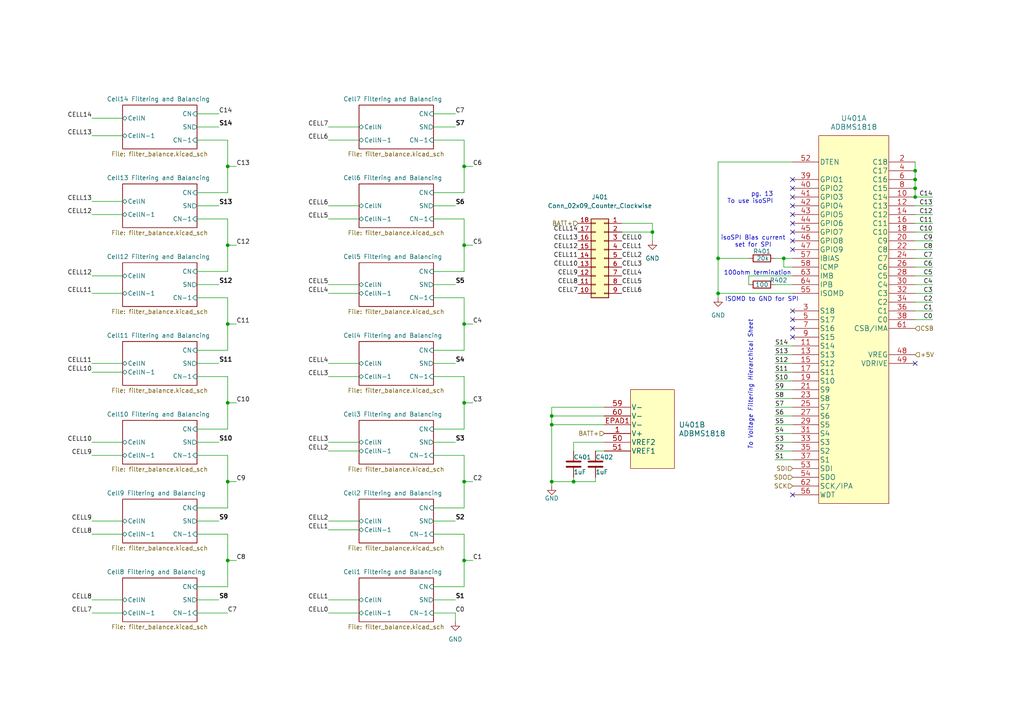
<source format=kicad_sch>
(kicad_sch (version 20250114) (generator "eeschema") (generator_version "9.0")
  (paper "A4")
  (lib_symbols
    (symbol "Connector_Generic:Conn_02x09_Counter_Clockwise" (pin_names (offset 1.016) (hide yes))
      (property "Reference" "J" (at 1.27 12.7 0))
      (property "Value" "Conn_02x09_Counter_Clockwise" (at 1.27 -12.7 0))
      (symbol "Conn_02x09_Counter_Clockwise_1_1"
        (rectangle (start -1.27 11.43) (end 3.81 -11.43) (stroke (width 0.254)) (fill (type background)))
        (rectangle (start -1.27 10.287) (end 0 10.033) (stroke (width 0.1524)))
        (rectangle (start -1.27 7.747) (end 0 7.493) (stroke (width 0.1524)))
        (rectangle (start -1.27 5.207) (end 0 4.953) (stroke (width 0.1524)))
        (rectangle (start -1.27 2.667) (end 0 2.413) (stroke (width 0.1524)))
        (rectangle (start -1.27 0.127) (end 0 -0.127) (stroke (width 0.1524)))
        (rectangle (start -1.27 -2.413) (end 0 -2.667) (stroke (width 0.1524)))
        (rectangle (start -1.27 -4.953) (end 0 -5.207) (stroke (width 0.1524)))
        (rectangle (start -1.27 -7.493) (end 0 -7.747) (stroke (width 0.1524)))
        (rectangle (start -1.27 -10.033) (end 0 -10.287) (stroke (width 0.1524)))
        (rectangle (start 3.81 10.287) (end 2.54 10.033) (stroke (width 0.1524)))
        (rectangle (start 3.81 7.747) (end 2.54 7.493) (stroke (width 0.1524)))
        (rectangle (start 3.81 5.207) (end 2.54 4.953) (stroke (width 0.1524)))
        (rectangle (start 3.81 2.667) (end 2.54 2.413) (stroke (width 0.1524)))
        (rectangle (start 3.81 0.127) (end 2.54 -0.127) (stroke (width 0.1524)))
        (rectangle (start 3.81 -2.413) (end 2.54 -2.667) (stroke (width 0.1524)))
        (rectangle (start 3.81 -4.953) (end 2.54 -5.207) (stroke (width 0.1524)))
        (rectangle (start 3.81 -7.493) (end 2.54 -7.747) (stroke (width 0.1524)))
        (rectangle (start 3.81 -10.033) (end 2.54 -10.287) (stroke (width 0.1524)))
        (pin passive line (at -5.08 10.16 0) (length 3.81) (name "Pin_1") (number "1"))
        (pin passive line (at -5.08 7.62 0) (length 3.81) (name "Pin_2") (number "2"))
        (pin passive line (at -5.08 5.08 0) (length 3.81) (name "Pin_3") (number "3"))
        (pin passive line (at -5.08 2.54 0) (length 3.81) (name "Pin_4") (number "4"))
        (pin passive line (at -5.08 0 0) (length 3.81) (name "Pin_5") (number "5"))
        (pin passive line (at -5.08 -2.54 0) (length 3.81) (name "Pin_6") (number "6"))
        (pin passive line (at -5.08 -5.08 0) (length 3.81) (name "Pin_7") (number "7"))
        (pin passive line (at -5.08 -7.62 0) (length 3.81) (name "Pin_8") (number "8"))
        (pin passive line (at -5.08 -10.16 0) (length 3.81) (name "Pin_9") (number "9"))
        (pin passive line (at 7.62 10.16 180) (length 3.81) (name "Pin_18") (number "18"))
        (pin passive line (at 7.62 7.62 180) (length 3.81) (name "Pin_17") (number "17"))
        (pin passive line (at 7.62 5.08 180) (length 3.81) (name "Pin_16") (number "16"))
        (pin passive line (at 7.62 2.54 180) (length 3.81) (name "Pin_15") (number "15"))
        (pin passive line (at 7.62 0 180) (length 3.81) (name "Pin_14") (number "14"))
        (pin passive line (at 7.62 -2.54 180) (length 3.81) (name "Pin_13") (number "13"))
        (pin passive line (at 7.62 -5.08 180) (length 3.81) (name "Pin_12") (number "12"))
        (pin passive line (at 7.62 -7.62 180) (length 3.81) (name "Pin_11") (number "11"))
        (pin passive line (at 7.62 -10.16 180) (length 3.81) (name "Pin_10") (number "10"))
      )
    )
    (symbol "Device:C" (pin_numbers (hide yes)) (pin_names (offset 0.254))
      (property "Reference" "C" (at 0.635 2.54 0))
      (property "Value" "C" (at 0.635 -2.54 0))
      (symbol "C_0_1"
        (polyline (pts (xy -2.032 0.762) (xy 2.032 0.762)) (stroke (width 0.508)))
        (polyline (pts (xy -2.032 -0.762) (xy 2.032 -0.762)) (stroke (width 0.508)))
      )
      (symbol "C_1_1"
        (pin passive line (at 0 3.81 270) (length 2.794) (name "~") (number "1"))
        (pin passive line (at 0 -3.81 90) (length 2.794) (name "~") (number "2"))
      )
    )
    (symbol "OEM:1KR" (pin_numbers (hide yes)) (pin_names (offset 0))
      (property "Reference" "R" (at 2.032 0 90))
      (property "Value" "1KR" (at 0 0 90))
      (symbol "1KR_0_1"
        (rectangle (start -1.016 -2.54) (end 1.016 2.54) (stroke (width 0.254)))
      )
      (symbol "1KR_1_1"
        (pin passive line (at 0 3.81 270) (length 1.27) (name "~") (number "1"))
        (pin passive line (at 0 -3.81 90) (length 1.27) (name "~") (number "2"))
      )
    )
    (symbol "OEM:ADBMS1818" (pin_names (offset 0.254))
      (property "Reference" "U" (at 0 44.45 0))
      (property "Value" "ADBMS1818" (at 0 41.91 0))
      (symbol "ADBMS1818_1_1"
        (rectangle (start -10.16 43.18) (end 10.16 -63.5) (fill (type background)))
        (pin unspecified line (at -17.78 35.56 0) (length 7.62) (name "DTEN") (number "52"))
        (pin unspecified line (at -17.78 30.48 0) (length 7.62) (name "GPIO1") (number "39"))
        (pin unspecified line (at -17.78 27.94 0) (length 7.62) (name "GPIO2") (number "40"))
        (pin unspecified line (at -17.78 25.4 0) (length 7.62) (name "GPIO3") (number "41"))
        (pin unspecified line (at -17.78 22.86 0) (length 7.62) (name "GPIO4") (number "42"))
        (pin unspecified line (at -17.78 20.32 0) (length 7.62) (name "GPIO5") (number "43"))
        (pin unspecified line (at -17.78 17.78 0) (length 7.62) (name "GPIO6") (number "44"))
        (pin unspecified line (at -17.78 15.24 0) (length 7.62) (name "GPIO7") (number "45"))
        (pin unspecified line (at -17.78 12.7 0) (length 7.62) (name "GPIO8") (number "46"))
        (pin unspecified line (at -17.78 10.16 0) (length 7.62) (name "GPIO9") (number "47"))
        (pin unspecified line (at -17.78 7.62 0) (length 7.62) (name "IBIAS") (number "57"))
        (pin unspecified line (at -17.78 5.08 0) (length 7.62) (name "ICMP") (number "58"))
        (pin unspecified line (at -17.78 2.54 0) (length 7.62) (name "IMB") (number "63"))
        (pin unspecified line (at -17.78 0 0) (length 7.62) (name "IPB") (number "64"))
        (pin unspecified line (at -17.78 -2.54 0) (length 7.62) (name "ISOMD") (number "55"))
        (pin unspecified line (at -17.78 -7.62 0) (length 7.62) (name "S18") (number "3"))
        (pin unspecified line (at -17.78 -10.16 0) (length 7.62) (name "S17") (number "5"))
        (pin unspecified line (at -17.78 -12.7 0) (length 7.62) (name "S16") (number "7"))
        (pin unspecified line (at -17.78 -15.24 0) (length 7.62) (name "S15") (number "9"))
        (pin unspecified line (at -17.78 -17.78 0) (length 7.62) (name "S14") (number "11"))
        (pin unspecified line (at -17.78 -20.32 0) (length 7.62) (name "S13") (number "13"))
        (pin unspecified line (at -17.78 -22.86 0) (length 7.62) (name "S12") (number "15"))
        (pin unspecified line (at -17.78 -25.4 0) (length 7.62) (name "S11") (number "17"))
        (pin unspecified line (at -17.78 -27.94 0) (length 7.62) (name "S10") (number "19"))
        (pin unspecified line (at -17.78 -30.48 0) (length 7.62) (name "S9") (number "21"))
        (pin unspecified line (at -17.78 -33.02 0) (length 7.62) (name "S8") (number "23"))
        (pin unspecified line (at -17.78 -35.56 0) (length 7.62) (name "S7") (number "25"))
        (pin unspecified line (at -17.78 -38.1 0) (length 7.62) (name "S6") (number "27"))
        (pin unspecified line (at -17.78 -40.64 0) (length 7.62) (name "S5") (number "29"))
        (pin unspecified line (at -17.78 -43.18 0) (length 7.62) (name "S4") (number "31"))
        (pin unspecified line (at -17.78 -45.72 0) (length 7.62) (name "S3") (number "33"))
        (pin unspecified line (at -17.78 -48.26 0) (length 7.62) (name "S2") (number "35"))
        (pin unspecified line (at -17.78 -50.8 0) (length 7.62) (name "S1") (number "37"))
        (pin unspecified line (at -17.78 -53.34 0) (length 7.62) (name "SDI") (number "53"))
        (pin unspecified line (at -17.78 -55.88 0) (length 7.62) (name "SDO") (number "54"))
        (pin unspecified line (at -17.78 -58.42 0) (length 7.62) (name "SCK/IPA") (number "62"))
        (pin unspecified line (at -17.78 -60.96 0) (length 7.62) (name "WDT") (number "56"))
        (pin unspecified line (at 17.78 35.56 180) (length 7.62) (name "C18") (number "2"))
        (pin unspecified line (at 17.78 33.02 180) (length 7.62) (name "C17") (number "4"))
        (pin unspecified line (at 17.78 30.48 180) (length 7.62) (name "C16") (number "6"))
        (pin unspecified line (at 17.78 27.94 180) (length 7.62) (name "C15") (number "8"))
        (pin unspecified line (at 17.78 25.4 180) (length 7.62) (name "C14") (number "10"))
        (pin unspecified line (at 17.78 22.86 180) (length 7.62) (name "C13") (number "12"))
        (pin unspecified line (at 17.78 20.32 180) (length 7.62) (name "C12") (number "14"))
        (pin unspecified line (at 17.78 17.78 180) (length 7.62) (name "C11") (number "16"))
        (pin unspecified line (at 17.78 15.24 180) (length 7.62) (name "C10") (number "18"))
        (pin unspecified line (at 17.78 12.7 180) (length 7.62) (name "C9") (number "20"))
        (pin unspecified line (at 17.78 10.16 180) (length 7.62) (name "C8") (number "22"))
        (pin unspecified line (at 17.78 7.62 180) (length 7.62) (name "C7") (number "24"))
        (pin unspecified line (at 17.78 5.08 180) (length 7.62) (name "C6") (number "26"))
        (pin unspecified line (at 17.78 2.54 180) (length 7.62) (name "C5") (number "28"))
        (pin unspecified line (at 17.78 0 180) (length 7.62) (name "C4") (number "30"))
        (pin unspecified line (at 17.78 -2.54 180) (length 7.62) (name "C3") (number "32"))
        (pin unspecified line (at 17.78 -5.08 180) (length 7.62) (name "C2") (number "34"))
        (pin unspecified line (at 17.78 -7.62 180) (length 7.62) (name "C1") (number "36"))
        (pin unspecified line (at 17.78 -10.16 180) (length 7.62) (name "C0") (number "38"))
        (pin unspecified line (at 17.78 -12.7 180) (length 7.62) (name "CSB/IMA") (number "61"))
        (pin unspecified line (at 17.78 -20.32 180) (length 7.62) (name "VREG") (number "48"))
        (pin unspecified line (at 17.78 -22.86 180) (length 7.62) (name "VDRIVE") (number "49"))
      )
      (symbol "ADBMS1818_2_1"
        (rectangle (start -6.35 10.16) (end 6.35 -12.7) (fill (type background)))
        (pin unspecified line (at -13.97 5.08 0) (length 7.62) (name "V-") (number "59"))
        (pin unspecified line (at -13.97 2.54 0) (length 7.62) (name "V-") (number "60"))
        (pin unspecified line (at -13.97 0 0) (length 7.62) (name "V-") (number "EPAD1"))
        (pin unspecified line (at -13.97 -2.54 0) (length 7.62) (name "V+") (number "1"))
        (pin unspecified line (at -13.97 -5.08 0) (length 7.62) (name "VREF2") (number "50"))
        (pin unspecified line (at -13.97 -7.62 0) (length 7.62) (name "VREF1") (number "51"))
      )
    )
    (symbol "power:GND" (power) (pin_names (offset 0))
      (property "Value" "GND" (at 0 -3.81 0))
      (symbol "GND_0_1"
        (polyline (pts (xy 0 0) (xy 0 -1.27) (xy 1.27 -1.27) (xy 0 -2.54) (xy -1.27 -1.27) (xy 0 -1.27)))
      )
      (symbol "GND_1_1"
        (pin power_in line (at 0 0 270) (length 0) (hide yes) (name "GND") (number "1"))
      )
    )
  )
  (text "100ohm termination" (at 219.71 79.248 0) (effects (font (size 1.27 1.27))))
  (text "pg. 13\nTo use isoSPI" (at 224.282 59.182 0) (effects (font (size 1.27 1.27)) (justify right bottom)))
  (text "ISOMD to GND for SPI" (at 220.98 86.868 0) (effects (font (size 1.27 1.27))))
  (text "isoSPI Bias current\nset for SPI" (at 218.44 70.104 0) (effects (font (size 1.27 1.27))))
  (text "To Voltage Filtering Hierarchical Sheet" (at 218.44 92.71 90) (effects (font (size 1.27 1.27) (italic yes)) (justify right bottom)))
  (junction (at 265.43 52.07))
  (junction (at 66.04 71.12))
  (junction (at 227.33 74.93))
  (junction (at 265.43 49.53))
  (junction (at 134.62 116.84))
  (junction (at 134.62 139.7))
  (junction (at 134.62 71.12))
  (junction (at 134.62 48.26))
  (junction (at 66.04 116.84))
  (junction (at 265.43 54.61))
  (junction (at 134.62 93.98))
  (junction (at 166.37 139.7))
  (junction (at 189.23 67.31))
  (junction (at 160.02 120.65))
  (junction (at 66.04 139.7))
  (junction (at 160.02 139.7))
  (junction (at 208.28 74.93))
  (junction (at 134.62 162.56))
  (junction (at 208.28 85.09))
  (junction (at 66.04 162.56))
  (junction (at 160.02 123.19))
  (junction (at 66.04 48.26))
  (junction (at 66.04 93.98))
  (junction (at 265.43 57.15))
  (no_connect (at 229.87 57.15))
  (no_connect (at 229.87 52.07))
  (no_connect (at 229.87 54.61))
  (no_connect (at 265.43 105.41))
  (no_connect (at 229.87 95.25))
  (no_connect (at 229.87 69.85))
  (no_connect (at 229.87 67.31))
  (no_connect (at 229.87 72.39))
  (no_connect (at 229.87 143.51))
  (no_connect (at 229.87 97.79))
  (no_connect (at 229.87 92.71))
  (no_connect (at 229.87 62.23))
  (no_connect (at 229.87 64.77))
  (no_connect (at 229.87 90.17))
  (no_connect (at 229.87 59.69))
  (wire (pts (xy 125.73 132.08) (xy 134.62 132.08)))
  (wire (pts (xy 137.16 48.26) (xy 134.62 48.26)))
  (wire (pts (xy 125.73 59.69) (xy 132.08 59.69)))
  (wire (pts (xy 270.51 85.09) (xy 265.43 85.09)))
  (wire (pts (xy 134.62 63.5) (xy 125.73 63.5)))
  (wire (pts (xy 104.14 128.27) (xy 95.25 128.27)))
  (wire (pts (xy 125.73 82.55) (xy 132.08 82.55)))
  (wire (pts (xy 160.02 118.11) (xy 160.02 120.65)))
  (wire (pts (xy 134.62 162.56) (xy 134.62 170.18)))
  (wire (pts (xy 125.73 128.27) (xy 132.08 128.27)))
  (wire (pts (xy 66.04 63.5) (xy 57.15 63.5)))
  (wire (pts (xy 160.02 139.7) (xy 160.02 123.19)))
  (wire (pts (xy 35.56 128.27) (xy 26.67 128.27)))
  (wire (pts (xy 224.79 130.81) (xy 229.87 130.81)))
  (wire (pts (xy 265.43 49.53) (xy 265.43 52.07)))
  (wire (pts (xy 125.73 147.32) (xy 134.62 147.32)))
  (wire (pts (xy 57.15 36.83) (xy 63.5 36.83)))
  (wire (pts (xy 66.04 86.36) (xy 57.15 86.36)))
  (wire (pts (xy 95.25 36.83) (xy 104.14 36.83)))
  (wire (pts (xy 125.73 170.18) (xy 134.62 170.18)))
  (wire (pts (xy 137.16 139.7) (xy 134.62 139.7)))
  (wire (pts (xy 134.62 154.94) (xy 125.73 154.94)))
  (wire (pts (xy 172.72 138.43) (xy 172.72 139.7)))
  (wire (pts (xy 66.04 154.94) (xy 57.15 154.94)))
  (wire (pts (xy 66.04 63.5) (xy 66.04 71.12)))
  (wire (pts (xy 57.15 132.08) (xy 66.04 132.08)))
  (wire (pts (xy 125.73 177.8) (xy 132.08 177.8)))
  (wire (pts (xy 104.14 82.55) (xy 95.25 82.55)))
  (wire (pts (xy 208.28 85.09) (xy 208.28 86.36)))
  (wire (pts (xy 134.62 63.5) (xy 134.62 71.12)))
  (wire (pts (xy 104.14 63.5) (xy 95.25 63.5)))
  (wire (pts (xy 224.79 74.93) (xy 227.33 74.93)))
  (wire (pts (xy 35.56 173.99) (xy 26.67 173.99)))
  (wire (pts (xy 160.02 120.65) (xy 175.26 120.65)))
  (wire (pts (xy 227.33 74.93) (xy 229.87 74.93)))
  (wire (pts (xy 57.15 82.55) (xy 63.5 82.55)))
  (wire (pts (xy 270.51 57.15) (xy 265.43 57.15)))
  (wire (pts (xy 57.15 173.99) (xy 63.5 173.99)))
  (wire (pts (xy 189.23 64.77) (xy 189.23 67.31)))
  (wire (pts (xy 208.28 46.99) (xy 208.28 74.93)))
  (wire (pts (xy 166.37 138.43) (xy 166.37 139.7)))
  (wire (pts (xy 104.14 85.09) (xy 95.25 85.09)))
  (wire (pts (xy 104.14 130.81) (xy 95.25 130.81)))
  (wire (pts (xy 125.73 78.74) (xy 134.62 78.74)))
  (wire (pts (xy 104.14 153.67) (xy 95.25 153.67)))
  (wire (pts (xy 224.79 125.73) (xy 229.87 125.73)))
  (wire (pts (xy 224.79 115.57) (xy 229.87 115.57)))
  (wire (pts (xy 66.04 154.94) (xy 66.04 162.56)))
  (wire (pts (xy 224.79 102.87) (xy 229.87 102.87)))
  (wire (pts (xy 134.62 93.98) (xy 134.62 101.6)))
  (wire (pts (xy 270.51 59.69) (xy 265.43 59.69)))
  (wire (pts (xy 134.62 40.64) (xy 125.73 40.64)))
  (wire (pts (xy 125.73 101.6) (xy 134.62 101.6)))
  (wire (pts (xy 270.51 69.85) (xy 265.43 69.85)))
  (wire (pts (xy 57.15 105.41) (xy 63.5 105.41)))
  (wire (pts (xy 270.51 77.47) (xy 265.43 77.47)))
  (wire (pts (xy 35.56 151.13) (xy 26.67 151.13)))
  (wire (pts (xy 137.16 93.98) (xy 134.62 93.98)))
  (wire (pts (xy 270.51 74.93) (xy 265.43 74.93)))
  (wire (pts (xy 172.72 130.81) (xy 175.26 130.81)))
  (wire (pts (xy 57.15 55.88) (xy 66.04 55.88)))
  (wire (pts (xy 166.37 130.81) (xy 166.37 128.27)))
  (wire (pts (xy 224.79 100.33) (xy 229.87 100.33)))
  (wire (pts (xy 208.28 74.93) (xy 217.17 74.93)))
  (wire (pts (xy 57.15 124.46) (xy 66.04 124.46)))
  (wire (pts (xy 137.16 71.12) (xy 134.62 71.12)))
  (wire (pts (xy 227.33 77.47) (xy 227.33 74.93)))
  (wire (pts (xy 68.58 139.7) (xy 66.04 139.7)))
  (wire (pts (xy 189.23 69.85) (xy 189.23 67.31)))
  (wire (pts (xy 208.28 85.09) (xy 229.87 85.09)))
  (wire (pts (xy 224.79 123.19) (xy 229.87 123.19)))
  (wire (pts (xy 270.51 64.77) (xy 265.43 64.77)))
  (wire (pts (xy 125.73 33.02) (xy 132.08 33.02)))
  (wire (pts (xy 134.62 40.64) (xy 134.62 48.26)))
  (wire (pts (xy 35.56 107.95) (xy 26.67 107.95)))
  (wire (pts (xy 57.15 101.6) (xy 66.04 101.6)))
  (wire (pts (xy 224.79 82.55) (xy 229.87 82.55)))
  (wire (pts (xy 134.62 71.12) (xy 134.62 78.74)))
  (wire (pts (xy 66.04 109.22) (xy 66.04 116.84)))
  (wire (pts (xy 217.17 80.01) (xy 229.87 80.01)))
  (wire (pts (xy 66.04 139.7) (xy 66.04 147.32)))
  (wire (pts (xy 134.62 116.84) (xy 134.62 124.46)))
  (wire (pts (xy 224.79 110.49) (xy 229.87 110.49)))
  (wire (pts (xy 26.67 85.09) (xy 35.56 85.09)))
  (wire (pts (xy 265.43 52.07) (xy 265.43 54.61)))
  (wire (pts (xy 270.51 72.39) (xy 265.43 72.39)))
  (wire (pts (xy 68.58 93.98) (xy 66.04 93.98)))
  (wire (pts (xy 125.73 173.99) (xy 132.08 173.99)))
  (wire (pts (xy 35.56 154.94) (xy 26.67 154.94)))
  (wire (pts (xy 35.56 80.01) (xy 26.67 80.01)))
  (wire (pts (xy 68.58 71.12) (xy 66.04 71.12)))
  (wire (pts (xy 270.51 82.55) (xy 265.43 82.55)))
  (wire (pts (xy 180.34 64.77) (xy 189.23 64.77)))
  (wire (pts (xy 265.43 87.63) (xy 270.51 87.63)))
  (wire (pts (xy 68.58 162.56) (xy 66.04 162.56)))
  (wire (pts (xy 95.25 177.8) (xy 104.14 177.8)))
  (wire (pts (xy 26.67 34.29) (xy 35.56 34.29)))
  (wire (pts (xy 134.62 109.22) (xy 125.73 109.22)))
  (wire (pts (xy 104.14 151.13) (xy 95.25 151.13)))
  (wire (pts (xy 57.15 128.27) (xy 63.5 128.27)))
  (wire (pts (xy 26.67 177.8) (xy 35.56 177.8)))
  (wire (pts (xy 134.62 86.36) (xy 134.62 93.98)))
  (wire (pts (xy 66.04 116.84) (xy 66.04 124.46)))
  (wire (pts (xy 166.37 139.7) (xy 160.02 139.7)))
  (wire (pts (xy 208.28 74.93) (xy 208.28 85.09)))
  (wire (pts (xy 66.04 132.08) (xy 66.04 139.7)))
  (wire (pts (xy 134.62 48.26) (xy 134.62 55.88)))
  (wire (pts (xy 125.73 105.41) (xy 132.08 105.41)))
  (wire (pts (xy 66.04 48.26) (xy 66.04 55.88)))
  (wire (pts (xy 66.04 86.36) (xy 66.04 93.98)))
  (wire (pts (xy 68.58 116.84) (xy 66.04 116.84)))
  (wire (pts (xy 270.51 67.31) (xy 265.43 67.31)))
  (wire (pts (xy 134.62 132.08) (xy 134.62 139.7)))
  (wire (pts (xy 104.14 59.69) (xy 95.25 59.69)))
  (wire (pts (xy 35.56 105.41) (xy 26.67 105.41)))
  (wire (pts (xy 134.62 154.94) (xy 134.62 162.56)))
  (wire (pts (xy 224.79 107.95) (xy 229.87 107.95)))
  (wire (pts (xy 35.56 132.08) (xy 26.67 132.08)))
  (wire (pts (xy 125.73 36.83) (xy 132.08 36.83)))
  (wire (pts (xy 265.43 46.99) (xy 265.43 49.53)))
  (wire (pts (xy 125.73 55.88) (xy 134.62 55.88)))
  (wire (pts (xy 104.14 105.41) (xy 95.25 105.41)))
  (wire (pts (xy 57.15 147.32) (xy 66.04 147.32)))
  (wire (pts (xy 137.16 116.84) (xy 134.62 116.84)))
  (wire (pts (xy 224.79 105.41) (xy 229.87 105.41)))
  (wire (pts (xy 224.79 113.03) (xy 229.87 113.03)))
  (wire (pts (xy 57.15 33.02) (xy 63.5 33.02)))
  (wire (pts (xy 224.79 120.65) (xy 229.87 120.65)))
  (wire (pts (xy 132.08 177.8) (xy 132.08 180.34)))
  (wire (pts (xy 66.04 71.12) (xy 66.04 78.74)))
  (wire (pts (xy 68.58 48.26) (xy 66.04 48.26)))
  (wire (pts (xy 125.73 124.46) (xy 134.62 124.46)))
  (wire (pts (xy 217.17 82.55) (xy 217.17 80.01)))
  (wire (pts (xy 224.79 118.11) (xy 229.87 118.11)))
  (wire (pts (xy 224.79 128.27) (xy 229.87 128.27)))
  (wire (pts (xy 160.02 120.65) (xy 160.02 123.19)))
  (wire (pts (xy 66.04 162.56) (xy 66.04 170.18)))
  (wire (pts (xy 57.15 170.18) (xy 66.04 170.18)))
  (wire (pts (xy 66.04 40.64) (xy 66.04 48.26)))
  (wire (pts (xy 137.16 162.56) (xy 134.62 162.56)))
  (wire (pts (xy 57.15 151.13) (xy 63.5 151.13)))
  (wire (pts (xy 172.72 139.7) (xy 166.37 139.7)))
  (wire (pts (xy 66.04 40.64) (xy 57.15 40.64)))
  (wire (pts (xy 270.51 92.71) (xy 265.43 92.71)))
  (wire (pts (xy 26.67 62.23) (xy 35.56 62.23)))
  (wire (pts (xy 104.14 173.99) (xy 95.25 173.99)))
  (wire (pts (xy 208.28 46.99) (xy 229.87 46.99)))
  (wire (pts (xy 104.14 109.22) (xy 95.25 109.22)))
  (wire (pts (xy 224.79 133.35) (xy 229.87 133.35)))
  (wire (pts (xy 180.34 67.31) (xy 189.23 67.31)))
  (wire (pts (xy 26.67 58.42) (xy 35.56 58.42)))
  (wire (pts (xy 134.62 86.36) (xy 125.73 86.36)))
  (wire (pts (xy 175.26 118.11) (xy 160.02 118.11)))
  (wire (pts (xy 26.67 39.37) (xy 35.56 39.37)))
  (wire (pts (xy 57.15 177.8) (xy 66.04 177.8)))
  (wire (pts (xy 104.14 40.64) (xy 95.25 40.64)))
  (wire (pts (xy 134.62 139.7) (xy 134.62 147.32)))
  (wire (pts (xy 57.15 78.74) (xy 66.04 78.74)))
  (wire (pts (xy 270.51 80.01) (xy 265.43 80.01)))
  (wire (pts (xy 66.04 93.98) (xy 66.04 101.6)))
  (wire (pts (xy 134.62 109.22) (xy 134.62 116.84)))
  (wire (pts (xy 160.02 123.19) (xy 175.26 123.19)))
  (wire (pts (xy 229.87 77.47) (xy 227.33 77.47)))
  (wire (pts (xy 66.04 109.22) (xy 57.15 109.22)))
  (wire (pts (xy 270.51 62.23) (xy 265.43 62.23)))
  (wire (pts (xy 265.43 54.61) (xy 265.43 57.15)))
  (wire (pts (xy 125.73 151.13) (xy 132.08 151.13)))
  (wire (pts (xy 166.37 128.27) (xy 175.26 128.27)))
  (wire (pts (xy 57.15 59.69) (xy 63.5 59.69)))
  (wire (pts (xy 160.02 140.97) (xy 160.02 139.7)))
  (wire (pts (xy 270.51 90.17) (xy 265.43 90.17)))
  (label "C10" (at 68.58 116.84 0))
  (label "C9" (at 68.58 139.7 0))
  (label "CELL2" (at 180.34 74.93 0))
  (label "S14" (at 224.79 100.33 0))
  (label "C9" (at 270.51 69.85 180))
  (label "C10" (at 270.51 67.31 180))
  (label "CELL1" (at 180.34 72.39 0))
  (label "CELL9" (at 26.67 151.13 180))
  (label "CELL10" (at 167.64 77.47 180))
  (label "CELL6" (at 95.25 40.64 180))
  (label "C5" (at 137.16 71.12 0))
  (label "C7" (at 132.08 33.02 0))
  (label "S7" (at 132.08 36.83 0) (effects (font (thickness 0.254) (bold yes))))
  (label "S7" (at 224.79 118.11 0))
  (label "CELL7" (at 95.25 36.83 180))
  (label "CELL6" (at 95.25 59.69 180))
  (label "S6" (at 132.08 59.69 0) (effects (font (thickness 0.254) (bold yes))))
  (label "CELL1" (at 95.25 173.99 180))
  (label "C3" (at 270.51 85.09 180))
  (label "C3" (at 137.16 116.84 0))
  (label "CELL2" (at 95.25 130.81 180))
  (label "C12" (at 270.51 62.23 180))
  (label "S11" (at 224.79 107.95 0))
  (label "C13" (at 270.51 59.69 180))
  (label "CELL4" (at 95.25 85.09 180))
  (label "S6" (at 224.79 120.65 0))
  (label "CELL12" (at 26.67 62.23 180))
  (label "S2" (at 224.79 130.81 0))
  (label "S8" (at 63.5 173.99 0) (effects (font (thickness 0.254) (bold yes))))
  (label "S12" (at 63.5 82.55 0) (effects (font (thickness 0.254) (bold yes))))
  (label "S1" (at 224.79 133.35 0))
  (label "C8" (at 68.58 162.56 0))
  (label "CELL3" (at 180.34 77.47 0))
  (label "CELL9" (at 167.64 80.01 180))
  (label "CELL13" (at 26.67 39.37 180))
  (label "S10" (at 63.5 128.27 0) (effects (font (thickness 0.254) (bold yes))))
  (label "CELL12" (at 167.64 72.39 180))
  (label "C7" (at 66.04 177.8 0))
  (label "CELL0" (at 180.34 69.85 0))
  (label "CELL9" (at 26.67 132.08 180))
  (label "C4" (at 137.16 93.98 0))
  (label "CELL12" (at 26.67 80.01 180))
  (label "CELL1" (at 95.25 153.67 180))
  (label "CELL6" (at 180.34 85.09 0))
  (label "S14" (at 63.5 36.83 0) (effects (font (thickness 0.254) (bold yes))))
  (label "CELL7" (at 167.64 85.09 180))
  (label "C1" (at 137.16 162.56 0))
  (label "C6" (at 270.51 77.47 180))
  (label "CELL3" (at 95.25 109.22 180))
  (label "CELL8" (at 167.64 82.55 180))
  (label "CELL2" (at 95.25 151.13 180))
  (label "C14" (at 270.51 57.15 180))
  (label "S4" (at 132.08 105.41 0) (effects (font (thickness 0.254) (bold yes))))
  (label "C14" (at 63.5 33.02 0))
  (label "C0" (at 132.08 177.8 0))
  (label "CELL11" (at 26.67 85.09 180))
  (label "S13" (at 224.79 102.87 0))
  (label "CELL5" (at 180.34 82.55 0))
  (label "CELL11" (at 26.67 105.41 180))
  (label "CELL5" (at 95.25 82.55 180))
  (label "S5" (at 132.08 82.55 0) (effects (font (thickness 0.254) (bold yes))))
  (label "C8" (at 270.51 72.39 180))
  (label "S3" (at 224.79 128.27 0))
  (label "C0" (at 270.51 92.71 180))
  (label "C11" (at 68.58 93.98 0))
  (label "CELL5" (at 95.25 63.5 180))
  (label "CELL13" (at 167.64 69.85 180))
  (label "S2" (at 132.08 151.13 0) (effects (font (thickness 0.254) (bold yes))))
  (label "S11" (at 63.5 105.41 0) (effects (font (thickness 0.254) (bold yes))))
  (label "C5" (at 270.51 80.01 180))
  (label "C13" (at 68.58 48.26 0))
  (label "CELL14" (at 26.67 34.29 180))
  (label "CELL10" (at 26.67 128.27 180))
  (label "S9" (at 63.5 151.13 0) (effects (font (thickness 0.254) (bold yes))))
  (label "S9" (at 224.79 113.03 0))
  (label "CELL0" (at 95.25 177.8 180))
  (label "C7" (at 270.51 74.93 180))
  (label "C2" (at 270.51 87.63 180))
  (label "S10" (at 224.79 110.49 0))
  (label "CELL7" (at 26.67 177.8 180))
  (label "S5" (at 224.79 123.19 0))
  (label "CELL4" (at 180.34 80.01 0))
  (label "CELL4" (at 95.25 105.41 180))
  (label "CELL8" (at 26.67 154.94 180))
  (label "S3" (at 132.08 128.27 0) (effects (font (thickness 0.254) (bold yes))))
  (label "S1" (at 132.08 173.99 0) (effects (font (thickness 0.254) (bold yes))))
  (label "C1" (at 270.51 90.17 180))
  (label "CELL13" (at 26.67 58.42 180))
  (label "C4" (at 270.51 82.55 180))
  (label "S8" (at 224.79 115.57 0))
  (label "S13" (at 63.5 59.69 0) (effects (font (thickness 0.254) (bold yes))))
  (label "CELL10" (at 26.67 107.95 180))
  (label "S4" (at 224.79 125.73 0))
  (label "C11" (at 270.51 64.77 180))
  (label "C2" (at 137.16 139.7 0))
  (label "CELL8" (at 26.67 173.99 180))
  (label "CELL3" (at 95.25 128.27 180))
  (label "C6" (at 137.16 48.26 0))
  (label "CELL11" (at 167.64 74.93 180))
  (label "S12" (at 224.79 105.41 0))
  (label "C12" (at 68.58 71.12 0))
  (label "CELL14" (at 167.64 67.31 180))
  (hierarchical_label "BATT+" (shape input) (at 175.26 125.73 180))
  (hierarchical_label "+5V" (shape input) (at 265.43 102.87 0))
  (hierarchical_label "SDO" (shape input) (at 229.87 138.43 180))
  (hierarchical_label "CSB" (shape input) (at 265.43 95.25 0))
  (hierarchical_label "BATT+" (shape input) (at 167.64 64.77 180))
  (hierarchical_label "SDI" (shape input) (at 229.87 135.89 180))
  (hierarchical_label "SCK" (shape input) (at 229.87 140.97 180))
  (symbol (lib_id "Device:C") (at 172.72 134.62 0) (unit 1)
    (property "Reference" "C402" (at 172.72 132.588 0) (effects (justify left)))
    (property "Value" "1uF" (at 172.72 136.906 0) (effects (justify left)))
    (property "Footprint" "Capacitor_SMD:C_0603_1608Metric" (effects (hide yes)))
    (property "Description" "Unpolarized capacitor" (effects (hide yes)))
  )
  (symbol (lib_id "power:GND") (at 208.28 86.36 0) (unit 1)
    (property "Reference" "#PWR0404" (effects (hide yes)))
    (property "Value" "GND" (at 208.28 91.44 0))
  )
  (symbol (lib_id "power:GND") (at 132.08 180.34 0) (unit 1)
    (property "Reference" "#PWR0401" (effects (hide yes)))
    (property "Value" "GND" (at 132.08 185.42 0))
    (property "Description" "Power symbol creates a global label with name \"GND\" , ground" (effects (hide yes)))
  )
  (symbol (lib_id "OEM:ADBMS1818") (at 189.23 123.19 0) (unit 2)
    (property "Reference" "U401" (at 196.85 123.1899 0) (effects (font (size 1.524 1.524)) (justify left)))
    (property "Value" "ADBMS1818" (at 196.85 125.7299 0) (effects (font (size 1.524 1.524)) (justify left)))
    (property "Footprint" "footprints:LQFP-64-1EP_12x12_P0.5" (effects (hide yes)))
    (property "Datasheet" "https://www.analog.com/media/en/technical-documentation/data-sheets/adbms1818.pdf" (effects (hide yes)))
    (property "Description" "18-Cell Battery Monitor with Daisy Chain Interface" (effects (hide yes)))
  )
  (symbol (lib_id "OEM:ADBMS1818") (at 247.65 82.55 0) (unit 1)
    (property "Reference" "U401" (at 247.65 34.29 0) (effects (font (size 1.524 1.524))))
    (property "Value" "ADBMS1818" (at 247.65 36.83 0) (effects (font (size 1.524 1.524))))
    (property "Footprint" "footprints:LQFP-64-1EP_12x12_P0.5" (effects (hide yes)))
    (property "Datasheet" "https://www.analog.com/media/en/technical-documentation/data-sheets/adbms1818.pdf" (effects (hide yes)))
    (property "Description" "18-Cell Battery Monitor with Daisy Chain Interface" (effects (hide yes)))
  )
  (symbol (lib_id "Connector_Generic:Conn_02x09_Counter_Clockwise") (at 175.26 74.93 0) (mirror y) (unit 1)
    (property "Reference" "J401" (at 173.99 57.15 0))
    (property "Value" "Conn_02x09_Counter_Clockwise" (at 173.99 59.69 0))
    (property "Footprint" "Connector_PinSocket_2.54mm:PinSocket_2x09_P2.54mm_Vertical" (effects (hide yes)))
    (property "Description" "Generic connector, double row, 02x09, counter clockwise pin numbering scheme (similar to DIP package numbering), script generated (kicad-library-utils/schlib/autogen/connector/)" (effects (hide yes)))
  )
  (symbol (lib_id "OEM:1KR") (at 220.98 82.55 90) (unit 1)
    (property "Reference" "R402" (at 225.806 81.28 90))
    (property "Value" "100" (at 220.98 82.55 90))
    (property "Footprint" "OEM:R_0603_1608Metric" (effects (hide yes)))
    (property "Datasheet" "${OEM_DIR}/parts/datasheets/stackpole_RMCF_RMCP.pdf" (effects (hide yes)))
    (property "MFN" "Stackpole Electronics" (effects (hide yes)))
    (property "MPN" "RMCF0603FT1K00" (effects (hide yes)))
    (property "DKPN" "RMCF0603FT1K00TR-ND" (effects (hide yes)))
    (property "NewDesigns" "YES" (effects (hide yes)))
    (property "Stocked" "Reel" (effects (hide yes)))
    (property "Package" "0603" (effects (hide yes)))
    (property "Style" "SMD" (effects (hide yes)))
  )
  (symbol (lib_id "power:GND") (at 189.23 69.85 0) (unit 1)
    (property "Reference" "#PWR0403" (effects (hide yes)))
    (property "Value" "GND" (at 189.23 74.93 0))
    (property "Description" "Power symbol creates a global label with name \"GND\" , ground" (effects (hide yes)))
  )
  (symbol (lib_id "OEM:1KR") (at 220.98 74.93 90) (unit 1)
    (property "Reference" "R401" (at 220.98 72.898 90))
    (property "Value" "20k" (at 221.234 74.93 90))
    (property "Footprint" "OEM:R_0603_1608Metric" (effects (hide yes)))
    (property "Datasheet" "${OEM_DIR}/parts/datasheets/stackpole_RMCF_RMCP.pdf" (effects (hide yes)))
    (property "MFN" "Stackpole Electronics" (effects (hide yes)))
    (property "MPN" "RMCF0603FT1K00" (effects (hide yes)))
    (property "DKPN" "RMCF0603FT1K00TR-ND" (effects (hide yes)))
    (property "NewDesigns" "YES" (effects (hide yes)))
    (property "Stocked" "Reel" (effects (hide yes)))
    (property "Package" "0603" (effects (hide yes)))
    (property "Style" "SMD" (effects (hide yes)))
  )
  (symbol (lib_id "power:GND") (at 160.02 140.97 0) (unit 1)
    (property "Reference" "#PWR0402" (effects (hide yes)))
    (property "Value" "GND" (at 160.02 144.526 0))
    (property "Description" "Power symbol creates a global label with name \"GND\" , ground" (effects (hide yes)))
  )
  (symbol (lib_id "Device:C") (at 166.37 134.62 0) (unit 1)
    (property "Reference" "C401" (at 166.37 132.588 0) (effects (justify left)))
    (property "Value" "1uF" (at 166.37 136.906 0) (effects (justify left)))
    (property "Footprint" "Capacitor_SMD:C_0603_1608Metric" (effects (hide yes)))
    (property "Description" "Unpolarized capacitor" (effects (hide yes)))
  )
  (sheet (at 35.56 121.92) (size 21.59 12.7) (stroke (width 0.1524))
    (property "Sheetname" "Cell10 Filtering and Balancing" (at 30.988 120.904 0) (effects (justify left bottom)))
    (property "Sheetfile" "filter_balance.kicad_sch" (at 32.258 135.382 0) (effects (justify left top)))
    (pin "CellN" bidirectional (at 35.56 128.27 180))
    (pin "CN" input (at 57.15 124.46 0))
    (pin "CN-1" input (at 57.15 132.08 0))
    (pin "SN" output (at 57.15 128.27 0))
    (pin "CellN-1" bidirectional (at 35.56 132.08 180))
  )
  (sheet (at 35.56 53.34) (size 21.59 12.7) (stroke (width 0.1524))
    (property "Sheetname" "Cell13 Filtering and Balancing" (at 30.988 52.324 0) (effects (justify left bottom)))
    (property "Sheetfile" "filter_balance.kicad_sch" (at 32.258 66.802 0) (effects (justify left top)))
    (pin "CellN" bidirectional (at 35.56 58.42 180))
    (pin "CN" input (at 57.15 55.88 0))
    (pin "CN-1" input (at 57.15 63.5 0))
    (pin "SN" output (at 57.15 59.69 0))
    (pin "CellN-1" bidirectional (at 35.56 62.23 180))
  )
  (sheet (at 104.14 76.2) (size 21.59 12.7) (stroke (width 0.1524))
    (property "Sheetname" "Cell5 Filtering and Balancing" (at 99.568 75.184 0) (effects (justify left bottom)))
    (property "Sheetfile" "filter_balance.kicad_sch" (at 100.838 89.662 0) (effects (justify left top)))
    (pin "CellN" bidirectional (at 104.14 82.55 180))
    (pin "CN" input (at 125.73 78.74 0))
    (pin "CN-1" input (at 125.73 86.36 0))
    (pin "SN" output (at 125.73 82.55 0))
    (pin "CellN-1" bidirectional (at 104.14 85.09 180))
  )
  (sheet (at 104.14 144.78) (size 21.59 12.7) (stroke (width 0.1524))
    (property "Sheetname" "Cell2 Filtering and Balancing" (at 99.568 143.764 0) (effects (justify left bottom)))
    (property "Sheetfile" "filter_balance.kicad_sch" (at 100.838 158.242 0) (effects (justify left top)))
    (pin "CellN" bidirectional (at 104.14 151.13 180))
    (pin "CN" input (at 125.73 147.32 0))
    (pin "CN-1" input (at 125.73 154.94 0))
    (pin "SN" output (at 125.73 151.13 0))
    (pin "CellN-1" bidirectional (at 104.14 153.67 180))
  )
  (sheet (at 35.56 144.78) (size 21.59 12.7) (stroke (width 0.1524))
    (property "Sheetname" "Cell9 Filtering and Balancing" (at 30.988 143.764 0) (effects (justify left bottom)))
    (property "Sheetfile" "filter_balance.kicad_sch" (at 32.258 158.242 0) (effects (justify left top)))
    (pin "CellN" bidirectional (at 35.56 151.13 180))
    (pin "CN" input (at 57.15 147.32 0))
    (pin "CN-1" input (at 57.15 154.94 0))
    (pin "SN" output (at 57.15 151.13 0))
    (pin "CellN-1" bidirectional (at 35.56 154.94 180))
  )
  (sheet (at 35.56 99.06) (size 21.59 12.7) (stroke (width 0.1524))
    (property "Sheetname" "Cell11 Filtering and Balancing" (at 30.988 98.044 0) (effects (justify left bottom)))
    (property "Sheetfile" "filter_balance.kicad_sch" (at 32.258 112.522 0) (effects (justify left top)))
    (pin "CellN" bidirectional (at 35.56 105.41 180))
    (pin "CN" input (at 57.15 101.6 0))
    (pin "CN-1" input (at 57.15 109.22 0))
    (pin "SN" output (at 57.15 105.41 0))
    (pin "CellN-1" bidirectional (at 35.56 107.95 180))
  )
  (sheet (at 35.56 30.48) (size 21.59 12.7) (stroke (width 0.1524))
    (property "Sheetname" "Cell14 Filtering and Balancing" (at 30.988 29.464 0) (effects (justify left bottom)))
    (property "Sheetfile" "filter_balance.kicad_sch" (at 32.258 43.942 0) (effects (justify left top)))
    (pin "CellN" bidirectional (at 35.56 34.29 180))
    (pin "CN" input (at 57.15 33.02 0))
    (pin "CN-1" input (at 57.15 40.64 0))
    (pin "SN" output (at 57.15 36.83 0))
    (pin "CellN-1" bidirectional (at 35.56 39.37 180))
  )
  (sheet (at 104.14 30.48) (size 21.59 12.7) (stroke (width 0.1524))
    (property "Sheetname" "Cell7 Filtering and Balancing" (at 99.568 29.464 0) (effects (justify left bottom)))
    (property "Sheetfile" "filter_balance.kicad_sch" (at 100.838 43.942 0) (effects (justify left top)))
    (pin "CellN" bidirectional (at 104.14 36.83 180))
    (pin "CN" input (at 125.73 33.02 0))
    (pin "CN-1" input (at 125.73 40.64 0))
    (pin "SN" output (at 125.73 36.83 0))
    (pin "CellN-1" bidirectional (at 104.14 40.64 180))
  )
  (sheet (at 104.14 53.34) (size 21.59 12.7) (stroke (width 0.1524))
    (property "Sheetname" "Cell6 Filtering and Balancing" (at 99.568 52.324 0) (effects (justify left bottom)))
    (property "Sheetfile" "filter_balance.kicad_sch" (at 100.838 66.802 0) (effects (justify left top)))
    (pin "CellN" bidirectional (at 104.14 59.69 180))
    (pin "CN" input (at 125.73 55.88 0))
    (pin "CN-1" input (at 125.73 63.5 0))
    (pin "SN" output (at 125.73 59.69 0))
    (pin "CellN-1" bidirectional (at 104.14 63.5 180))
  )
  (sheet (at 104.14 99.06) (size 21.59 12.7) (stroke (width 0.1524))
    (property "Sheetname" "Cell4 Filtering and Balancing" (at 99.568 98.044 0) (effects (justify left bottom)))
    (property "Sheetfile" "filter_balance.kicad_sch" (at 100.838 112.522 0) (effects (justify left top)))
    (pin "CellN" bidirectional (at 104.14 105.41 180))
    (pin "CN" input (at 125.73 101.6 0))
    (pin "CN-1" input (at 125.73 109.22 0))
    (pin "SN" output (at 125.73 105.41 0))
    (pin "CellN-1" bidirectional (at 104.14 109.22 180))
  )
  (sheet (at 35.56 76.2) (size 21.59 12.7) (stroke (width 0.1524))
    (property "Sheetname" "Cell12 Filtering and Balancing" (at 30.988 75.184 0) (effects (justify left bottom)))
    (property "Sheetfile" "filter_balance.kicad_sch" (at 32.258 89.662 0) (effects (justify left top)))
    (pin "CellN" bidirectional (at 35.56 80.01 180))
    (pin "CN" input (at 57.15 78.74 0))
    (pin "CN-1" input (at 57.15 86.36 0))
    (pin "SN" output (at 57.15 82.55 0))
    (pin "CellN-1" bidirectional (at 35.56 85.09 180))
  )
  (sheet (at 35.56 167.64) (size 21.59 12.7) (stroke (width 0.1524))
    (property "Sheetname" "Cell8 Filtering and Balancing" (at 30.988 166.624 0) (effects (justify left bottom)))
    (property "Sheetfile" "filter_balance.kicad_sch" (at 32.258 181.102 0) (effects (justify left top)))
    (pin "CellN" bidirectional (at 35.56 173.99 180))
    (pin "CN" input (at 57.15 170.18 0))
    (pin "CN-1" input (at 57.15 177.8 0))
    (pin "SN" output (at 57.15 173.99 0))
    (pin "CellN-1" bidirectional (at 35.56 177.8 180))
  )
  (sheet (at 104.14 121.92) (size 21.59 12.7) (stroke (width 0.1524))
    (property "Sheetname" "Cell3 Filtering and Balancing" (at 99.568 120.904 0) (effects (justify left bottom)))
    (property "Sheetfile" "filter_balance.kicad_sch" (at 100.838 135.382 0) (effects (justify left top)))
    (pin "CellN" bidirectional (at 104.14 128.27 180))
    (pin "CN" input (at 125.73 124.46 0))
    (pin "CN-1" input (at 125.73 132.08 0))
    (pin "SN" output (at 125.73 128.27 0))
    (pin "CellN-1" bidirectional (at 104.14 130.81 180))
  )
  (sheet (at 104.14 167.64) (size 21.59 12.7) (stroke (width 0.1524))
    (property "Sheetname" "Cell1 Filtering and Balancing" (at 99.568 166.624 0) (effects (justify left bottom)))
    (property "Sheetfile" "filter_balance.kicad_sch" (at 100.838 181.102 0) (effects (justify left top)))
    (pin "CellN" bidirectional (at 104.14 173.99 180))
    (pin "CN" input (at 125.73 170.18 0))
    (pin "CN-1" input (at 125.73 177.8 0))
    (pin "SN" output (at 125.73 173.99 0))
    (pin "CellN-1" bidirectional (at 104.14 177.8 180))
  )
)
</source>
